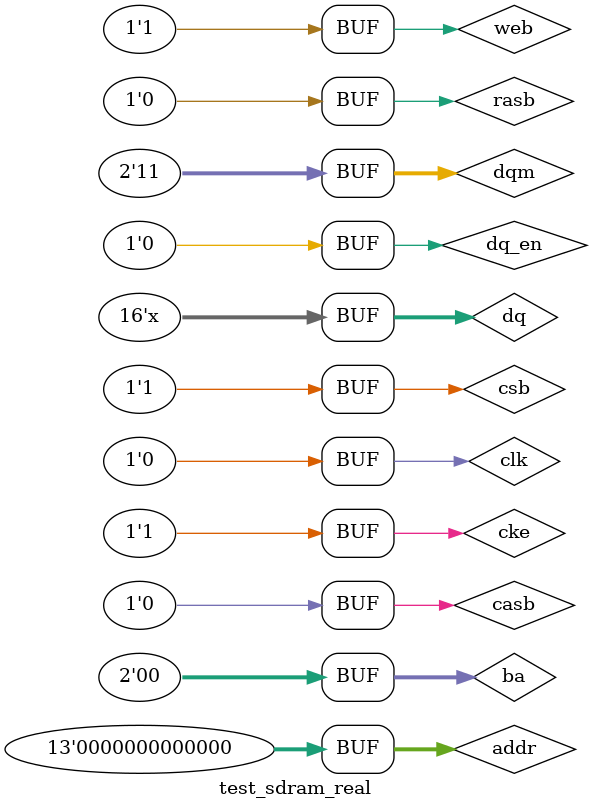
<source format=sv>
`timescale 1ns / 1ps

module test_sdram_real;

wire [15:0] dq;
logic [12:0] addr;
logic [1:0] ba;
logic clk;
logic cke;
logic csb;
logic rasb;
logic casb;
logic web;
logic [1:0] dqm;

logic srclk, /*clk*/ rclk, ser1, ser2, ser3;

MT48LC8M16A2 sdram(
    .dq(dq),
    .addr(addr),
    .ba(ba),
    .clk(clk),
    .cke(cke),
    .csb(csb),
    .rasb(rasb),
    .casb(casb),
    .web(web),
    .dqm(dqm)
);

logic dq_en = 0;
logic [15:0] dq_in;
assign dq = dq_en ? dq_in : 16'bZ;

initial begin
    $display("Starting simulation");
    addr = 13'b0;
    ba = 2'b00;
    clk = 1'b0;
    cke = 1'b1;
    csb = 1'b1;
    rasb = 1'b0;
    casb = 1'b0;
    web = 1'b1;
    dqm = 2'b11;
    #1us;
end



endmodule
</source>
